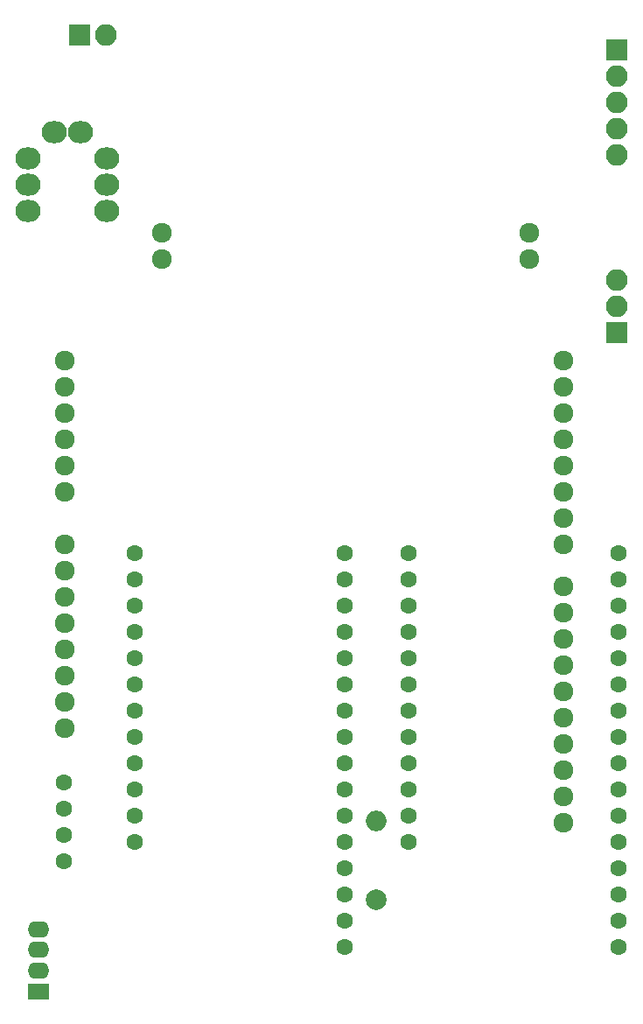
<source format=gbr>
G04 #@! TF.FileFunction,Soldermask,Bot*
%FSLAX46Y46*%
G04 Gerber Fmt 4.6, Leading zero omitted, Abs format (unit mm)*
G04 Created by KiCad (PCBNEW 4.0.5) date 03/13/17 09:40:11*
%MOMM*%
%LPD*%
G01*
G04 APERTURE LIST*
%ADD10C,0.100000*%
%ADD11O,2.432000X2.127200*%
%ADD12R,2.100000X1.600000*%
%ADD13O,2.100000X1.600000*%
%ADD14C,1.600000*%
%ADD15C,1.924000*%
%ADD16R,2.100000X2.100000*%
%ADD17O,2.100000X2.100000*%
%ADD18C,2.000000*%
%ADD19O,2.000000X2.000000*%
G04 APERTURE END LIST*
D10*
D11*
X59620000Y-64920000D03*
X59620000Y-67460000D03*
X59620000Y-70000000D03*
X57080000Y-62380000D03*
X54540000Y-62380000D03*
X52000000Y-64920000D03*
X52000000Y-67460000D03*
X52000000Y-70000000D03*
D12*
X53000000Y-145500000D03*
D13*
X53000000Y-143500000D03*
X53000000Y-141500000D03*
X53000000Y-139500000D03*
D14*
X82670000Y-141240000D03*
X82670000Y-138700000D03*
X82670000Y-136160000D03*
X82670000Y-133620000D03*
X62350000Y-131080000D03*
X82670000Y-131080000D03*
X62350000Y-128540000D03*
X82670000Y-128540000D03*
X62350000Y-126000000D03*
X82670000Y-126000000D03*
X62350000Y-123460000D03*
X82670000Y-123460000D03*
X62350000Y-120920000D03*
X82670000Y-120920000D03*
X62350000Y-118380000D03*
X82670000Y-118380000D03*
X62350000Y-115840000D03*
X82670000Y-115840000D03*
X62350000Y-113300000D03*
X82670000Y-113300000D03*
X62350000Y-110760000D03*
X82670000Y-110760000D03*
X62350000Y-108220000D03*
X82670000Y-108220000D03*
X62350000Y-105680000D03*
X82670000Y-105680000D03*
X62350000Y-103140000D03*
X82670000Y-103140000D03*
D15*
X65000000Y-74660000D03*
X65000000Y-72120000D03*
X100560000Y-72120000D03*
X100560000Y-74660000D03*
D14*
X109160000Y-141250000D03*
X109160000Y-138710000D03*
X109160000Y-136170000D03*
X109160000Y-133630000D03*
X88840000Y-131090000D03*
X109160000Y-131090000D03*
X88840000Y-128550000D03*
X109160000Y-128550000D03*
X88840000Y-126010000D03*
X109160000Y-126010000D03*
X88840000Y-123470000D03*
X109160000Y-123470000D03*
X88840000Y-120930000D03*
X109160000Y-120930000D03*
X88840000Y-118390000D03*
X109160000Y-118390000D03*
X88840000Y-115850000D03*
X109160000Y-115850000D03*
X88840000Y-113310000D03*
X109160000Y-113310000D03*
X88840000Y-110770000D03*
X109160000Y-110770000D03*
X88840000Y-108230000D03*
X109160000Y-108230000D03*
X88840000Y-105690000D03*
X109160000Y-105690000D03*
X88840000Y-103150000D03*
X109160000Y-103150000D03*
D16*
X109000000Y-54420000D03*
D17*
X109000000Y-56960000D03*
X109000000Y-59500000D03*
X109000000Y-62040000D03*
X109000000Y-64580000D03*
D18*
X85750000Y-136620000D03*
D19*
X85750000Y-129000000D03*
D14*
X55500000Y-125250000D03*
X55500000Y-127790000D03*
X55500000Y-130330000D03*
X55500000Y-132870000D03*
D15*
X55540000Y-84500000D03*
X55540000Y-87040000D03*
X55540000Y-89580000D03*
X55540000Y-97200000D03*
X55540000Y-94660000D03*
X55540000Y-92120000D03*
X55540000Y-102280000D03*
X55540000Y-104820000D03*
X55540000Y-107360000D03*
X55540000Y-112440000D03*
X55540000Y-114980000D03*
X103800000Y-84500000D03*
X103800000Y-87040000D03*
X103800000Y-89580000D03*
X103800000Y-92120000D03*
X103800000Y-94660000D03*
X103800000Y-97200000D03*
X103800000Y-99740000D03*
X103800000Y-102280000D03*
X103800000Y-106344000D03*
X103800000Y-108884000D03*
X103800000Y-111424000D03*
X103800000Y-113964000D03*
X103800000Y-116504000D03*
X103800000Y-119044000D03*
X103800000Y-121584000D03*
X103800000Y-124124000D03*
X55540000Y-109900000D03*
X103800000Y-126664000D03*
X103800000Y-129204000D03*
X55540000Y-117520000D03*
X55540000Y-120060000D03*
D16*
X109000000Y-81750000D03*
D17*
X109000000Y-79210000D03*
X109000000Y-76670000D03*
D16*
X57000000Y-53000000D03*
D17*
X59540000Y-53000000D03*
M02*

</source>
